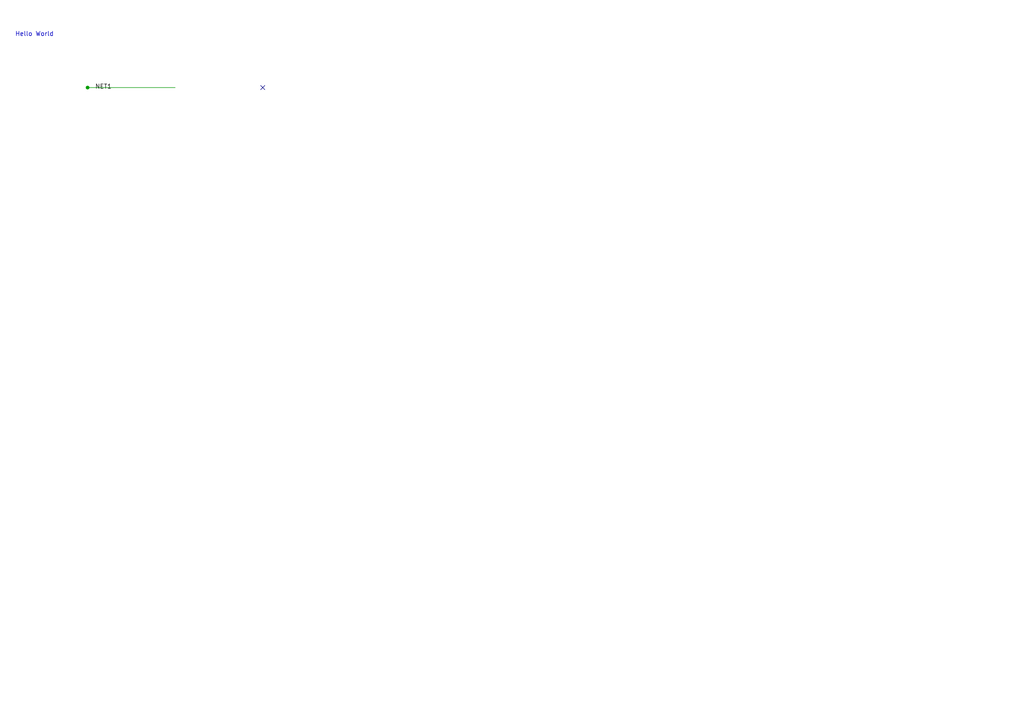
<source format=kicad_sch>
(kicad_sch
  (version 20231120)
  (generator "kicadsharp")
  (generator_version "1.0")
  (uuid "12345678-1234-1234-1234-123456789abc")
  (wire (pts (xy 25.4 25.4) (xy 50.8 25.4))
    (stroke (width 0) (type default))
    (uuid "aaaaaaaa-aaaa-aaaa-aaaa-aaaaaaaaaaaa")
  )
  (junction (at 25.4 25.4) (diameter 0) (color 0 0 0 0)
    (uuid "bbbbbbbb-bbbb-bbbb-bbbb-bbbbbbbbbbbb")
  )
  (label "NET1" (at 30.0 25.4 0)
    (effects (font (size 1.27 1.27)))
    (uuid "cccccccc-cccc-cccc-cccc-cccccccccccc")
  )
  (no_connect (at 76.2 25.4)
    (uuid "dddddddd-dddd-dddd-dddd-dddddddddddd")
  )
  (text "Hello World" (at 10.0 10.0 0)
    (effects (font (size 1.27 1.27)))
  )
)

</source>
